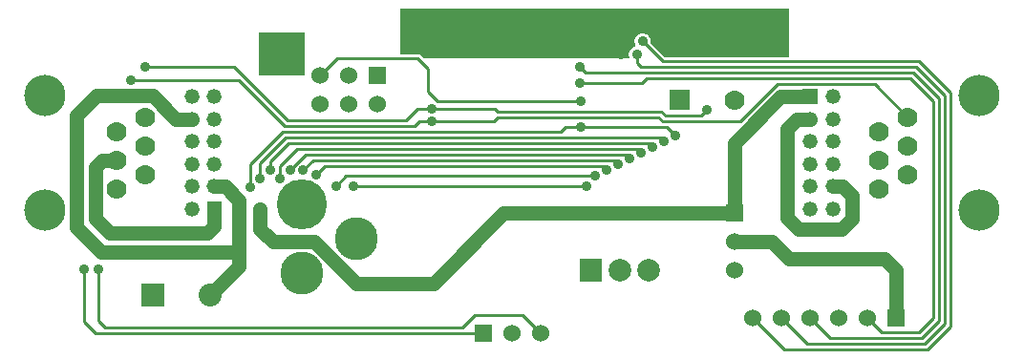
<source format=gbr>
G04 start of page 3 for group 1 idx 1 *
G04 Title: (unknown), bottom *
G04 Creator: pcb 20110918 *
G04 CreationDate: Thu 15 May 2014 04:46:46 AM GMT UTC *
G04 For: railfan *
G04 Format: Gerber/RS-274X *
G04 PCB-Dimensions: 350000 125000 *
G04 PCB-Coordinate-Origin: lower left *
%MOIN*%
%FSLAX25Y25*%
%LNBOTTOM*%
%ADD58C,0.1100*%
%ADD57C,0.0480*%
%ADD56C,0.1250*%
%ADD55C,0.1280*%
%ADD54C,0.0300*%
%ADD53C,0.0450*%
%ADD52C,0.0380*%
%ADD51C,0.0320*%
%ADD50C,0.0200*%
%ADD49C,0.0360*%
%ADD48C,0.1500*%
%ADD47C,0.0800*%
%ADD46C,0.1750*%
%ADD45C,0.1440*%
%ADD44C,0.0787*%
%ADD43C,0.0600*%
%ADD42C,0.0520*%
%ADD41C,0.0700*%
%ADD40C,0.0100*%
%ADD39C,0.0500*%
%ADD38C,0.0001*%
G54D38*G36*
X136000Y123000D02*X271500D01*
Y106000D01*
X228121D01*
X223233Y110889D01*
X223274Y111061D01*
X223300Y111500D01*
X223274Y111939D01*
X223171Y112368D01*
X223003Y112775D01*
X222772Y113151D01*
X222486Y113486D01*
X222151Y113772D01*
X221775Y114003D01*
X221368Y114171D01*
X220939Y114274D01*
X220500Y114309D01*
X220061Y114274D01*
X219632Y114171D01*
X219225Y114003D01*
X218849Y113772D01*
X218514Y113486D01*
X218228Y113151D01*
X217997Y112775D01*
X217829Y112368D01*
X217726Y111939D01*
X217691Y111500D01*
X217726Y111061D01*
X217829Y110632D01*
X217997Y110225D01*
X218228Y109849D01*
X218277Y109791D01*
X218061Y109774D01*
X217632Y109671D01*
X217225Y109503D01*
X216849Y109272D01*
X216514Y108986D01*
X216228Y108651D01*
X215997Y108275D01*
X215829Y107868D01*
X215726Y107439D01*
X215691Y107000D01*
X215726Y106561D01*
X215829Y106132D01*
X215997Y105725D01*
X216135Y105500D01*
X144121D01*
X143102Y106519D01*
X143064Y106564D01*
X142884Y106717D01*
X142683Y106841D01*
X142465Y106931D01*
X142235Y106986D01*
X142235Y106986D01*
X142000Y107005D01*
X141941Y107000D01*
X136000D01*
Y123000D01*
G37*
G36*
X271500D02*Y106000D01*
X260000D01*
Y123000D01*
X271500D01*
G37*
G36*
X86500Y99500D02*Y114500D01*
X102500D01*
Y99500D01*
X86500D01*
G37*
G54D39*X252500Y41500D02*X265500D01*
X172000Y51500D02*X252500D01*
X290000Y46000D02*X293500Y49500D01*
X275000Y46000D02*X290000D01*
X271000Y50000D02*X275000Y46000D01*
X271500Y35500D02*X265500Y41500D01*
X305000Y35500D02*X271500D01*
X309000Y31500D02*X305000Y35500D01*
X309000Y15000D02*Y31500D01*
G54D40*X199032Y90532D02*X148968D01*
X224000Y74500D02*X222500Y76000D01*
X169000Y88000D02*X170000Y87000D01*
X168500Y83500D02*X170000Y85000D01*
X192000Y80000D02*X193500Y81500D01*
X226000Y85000D02*X227500Y83500D01*
Y104500D02*X220500Y111500D01*
X218500Y104000D02*Y107000D01*
X200500Y100500D02*X198500Y102500D01*
Y96831D02*X220331D01*
X222000Y98500D01*
X220000Y102500D02*X218500Y104000D01*
X229000Y81500D02*X193500D01*
X170000Y87000D02*X227000D01*
X170000Y85000D02*X226000D01*
X218500Y74000D02*X100000D01*
X214500Y72000D02*X103000D01*
X210500Y70000D02*X105500D01*
X206500Y68000D02*X109500D01*
X204000Y64500D02*X117000D01*
X201000Y61000D02*X118500D01*
X226500Y78000D02*X96000D01*
X222500Y76000D02*X97000D01*
X142000Y88000D02*X169000D01*
X142500Y83500D02*X168500D01*
X138000Y84000D02*X142000Y88000D01*
X141000Y82000D02*X142500Y83500D01*
X95000Y80000D02*X192000D01*
G54D39*X147500Y27000D02*X172000Y51500D01*
G54D40*X162000Y16000D02*X178500D01*
X185000Y9500D01*
G54D39*X120500Y27000D02*X147500D01*
X106000Y41500D02*X120500Y27000D01*
X91500Y41500D02*X106000D01*
X87000Y46000D02*X91500Y41500D01*
X71000Y52760D02*X71055Y52815D01*
X32000Y70000D02*X37000D01*
X29500Y67500D02*X32000Y70000D01*
X29500Y49500D02*Y67500D01*
X23000Y46500D02*Y85500D01*
G54D40*X42000Y98000D02*X79500D01*
X47000Y102500D02*X78000D01*
G54D39*X57689Y84311D02*X63181D01*
X49500Y92500D02*X57689Y84311D01*
X30000Y92500D02*X49500D01*
X23000Y85500D02*X30000Y92500D01*
X87000Y52815D02*Y46000D01*
G54D40*X83500Y68500D02*Y60500D01*
X87000Y69000D02*Y63500D01*
X79500Y98000D02*X95500Y82000D01*
X78000Y102500D02*X96500Y84000D01*
X95000Y80000D02*X83500Y68500D01*
X96000Y78000D02*X87000Y69000D01*
X90500Y69500D02*Y66500D01*
X97000Y76000D02*X90500Y69500D01*
X94000Y68000D02*Y63500D01*
X100000Y74000D02*X94000Y68000D01*
X103000Y72000D02*X97500Y66500D01*
X105500Y70000D02*X102000Y66500D01*
X109500Y68000D02*X106500Y65000D01*
X117000Y64500D02*X113500Y61000D01*
X95500Y82000D02*X141000D01*
X96500Y84000D02*X138000D01*
X114000Y105500D02*X108000Y99500D01*
X145500Y102000D02*X142000Y105500D01*
X145500Y94000D02*Y102000D01*
X148968Y90532D02*X145500Y94000D01*
X142000Y105500D02*X114000D01*
G54D39*X71000Y47000D02*Y52760D01*
X79500Y33000D02*X69500Y23000D01*
X79500Y56000D02*Y33000D01*
X74811Y60689D02*X79500Y56000D01*
X71055Y60689D02*X74811D01*
G54D40*X29500Y9500D02*X165000D01*
G54D39*X29500Y49500D02*X34500Y44500D01*
G54D40*X25500Y32000D02*Y13500D01*
X29500Y9500D01*
G54D39*X68500Y44500D02*X71000Y47000D01*
X34500Y44500D02*X68500D01*
X31500Y38000D02*X23000Y46500D01*
X79500Y38000D02*X31500D01*
G54D40*X30500Y32000D02*Y14000D01*
X33000Y11500D01*
X157500D01*
X162000Y16000D01*
G54D39*X271000Y81000D02*Y50000D01*
X293500Y57500D02*Y49500D01*
X290311Y60689D02*X293500Y57500D01*
X286819Y60689D02*X290311D01*
X274311Y84311D02*X271000Y81000D01*
X278945Y84311D02*X274311D01*
X252500Y76000D02*Y51500D01*
X268685Y92185D02*X252500Y76000D01*
X278945Y92185D02*X268685D01*
G54D40*X328000Y93500D02*X317000Y104500D01*
X324000Y91500D02*X315000Y100500D01*
X326000Y92500D02*X316000Y102500D01*
X267500Y96500D02*X301500D01*
X313000Y85000D01*
X322000Y90500D02*X314000Y98500D01*
X317000Y104500D02*X227500D01*
X315000Y100500D02*X200500D01*
X316000Y102500D02*X220000D01*
Y72500D02*X218500Y74000D01*
X216000Y70500D02*X214500Y72000D01*
X212000Y68500D02*X210500Y70000D01*
X208000Y66500D02*X206500Y68000D01*
X228000Y76500D02*X226500Y78000D01*
X232000Y78500D02*X229000Y81500D01*
X227000Y87000D02*X228500Y85500D01*
X227500Y83500D02*X254500D01*
X228500Y85500D02*X241000D01*
X243000Y87500D01*
X254500Y83500D02*X267500Y96500D01*
X222000Y98500D02*X314000D01*
X270000Y4000D02*X320000D01*
X286000Y8000D02*X318000D01*
X304000Y10000D02*X299000Y15000D01*
X317000Y10000D02*X304000D01*
X259000Y15000D02*X270000Y4000D01*
X279000Y15000D02*X286000Y8000D01*
X269000Y15000D02*X278000Y6000D01*
X328000Y12000D02*Y93500D01*
X324000Y14000D02*Y91500D01*
X322000Y90500D02*Y15000D01*
X326000Y13000D02*Y92500D01*
X278000Y6000D02*X319000D01*
X320000Y4000D02*X328000Y12000D01*
X318000Y8000D02*X324000Y14000D01*
X322000Y15000D02*X317000Y10000D01*
X319000Y6000D02*X326000Y13000D01*
G54D38*G36*
X229894Y94500D02*Y87500D01*
X236894D01*
Y94500D01*
X229894D01*
G37*
G54D41*X252606Y91000D03*
G54D38*G36*
X276345Y94785D02*Y89585D01*
X281545D01*
Y94785D01*
X276345D01*
G37*
G54D42*X286819Y92185D03*
G54D38*G36*
X249500Y54500D02*Y48500D01*
X255500D01*
Y54500D01*
X249500D01*
G37*
G54D43*X252500Y41500D03*
Y31500D03*
G54D44*X222500D03*
X212500D03*
G54D38*G36*
X198563Y35437D02*Y27563D01*
X206437D01*
Y35437D01*
X198563D01*
G37*
G54D42*X278945Y84311D03*
Y76437D03*
X286819Y84311D03*
Y76437D03*
X278945Y68563D03*
Y60689D03*
Y52815D03*
X286819Y68563D03*
Y60689D03*
Y52815D03*
G54D41*X303000Y60000D03*
X313000Y65000D03*
X303000Y70000D03*
X313000Y75000D03*
X303000Y80000D03*
X313000Y85000D03*
G54D45*X338000Y52500D03*
Y92500D03*
G54D38*G36*
X306000Y18000D02*Y12000D01*
X312000D01*
Y18000D01*
X306000D01*
G37*
G54D43*X299000Y15000D03*
X289000D03*
X279000D03*
X269000D03*
X259000D03*
G54D41*X47000Y85000D03*
X37000Y80000D03*
X47000Y75000D03*
X37000Y70000D03*
G54D45*X12000Y92500D03*
Y52500D03*
G54D41*X47000Y65000D03*
X37000Y60000D03*
G54D38*G36*
X68455Y55415D02*Y50215D01*
X73655D01*
Y55415D01*
X68455D01*
G37*
G54D42*X71055Y60689D03*
X63181Y52815D03*
Y60689D03*
G54D46*X101500Y54500D03*
G54D42*X71055Y68563D03*
Y76437D03*
X63181Y68563D03*
Y76437D03*
X71055Y84311D03*
Y92185D03*
X63181Y84311D03*
Y92185D03*
G54D38*G36*
X45500Y27000D02*Y19000D01*
X53500D01*
Y27000D01*
X45500D01*
G37*
G54D47*X69500Y23000D03*
G54D48*X101500Y30500D03*
X120500Y42500D03*
G54D38*G36*
X162000Y12500D02*Y6500D01*
X168000D01*
Y12500D01*
X162000D01*
G37*
G54D43*X175000Y9500D03*
X185000D03*
G54D38*G36*
X125000Y102500D02*Y96500D01*
X131000D01*
Y102500D01*
X125000D01*
G37*
G54D43*X118000Y99500D03*
X108000D03*
X128000Y89500D03*
X118000D03*
X108000D03*
G54D49*X87000Y52815D03*
X42000Y98000D03*
X47000Y102500D03*
X83500Y60500D03*
X87000Y63500D03*
X89500Y102000D03*
X90500Y66500D03*
X94000Y63500D03*
X97500Y66500D03*
X102000D03*
X106500Y65000D03*
X113500Y61000D03*
X119500D03*
X30500Y32000D03*
X25500D03*
X89500Y112000D03*
X94500D03*
X99500D03*
X94500Y102000D03*
X99500D03*
X147000Y83500D03*
Y88000D03*
X139500Y110000D03*
Y115000D03*
Y120000D03*
X145000D03*
Y115000D03*
X199000Y90500D03*
X198500Y96831D03*
Y102500D03*
X228000Y76500D03*
X224000Y74500D03*
X220000Y72500D03*
X216000Y70500D03*
X212000Y68500D03*
X208000Y66500D03*
X204000Y64500D03*
X201000Y61000D03*
X199000Y81500D03*
X263000Y120500D03*
X268500D03*
X263000Y116500D03*
X268500D03*
X263000Y112500D03*
X268500D03*
X263000Y108500D03*
X268500D03*
X220500Y111500D03*
X232000Y78500D03*
X243000Y108500D03*
X213000Y107000D03*
X243000Y87500D03*
X218500Y107000D03*
G54D50*G54D51*G54D52*G54D53*G54D51*G54D54*G54D55*G54D52*G54D54*G54D55*G54D54*G54D51*G54D56*G54D51*G54D57*G54D58*G54D52*M02*

</source>
